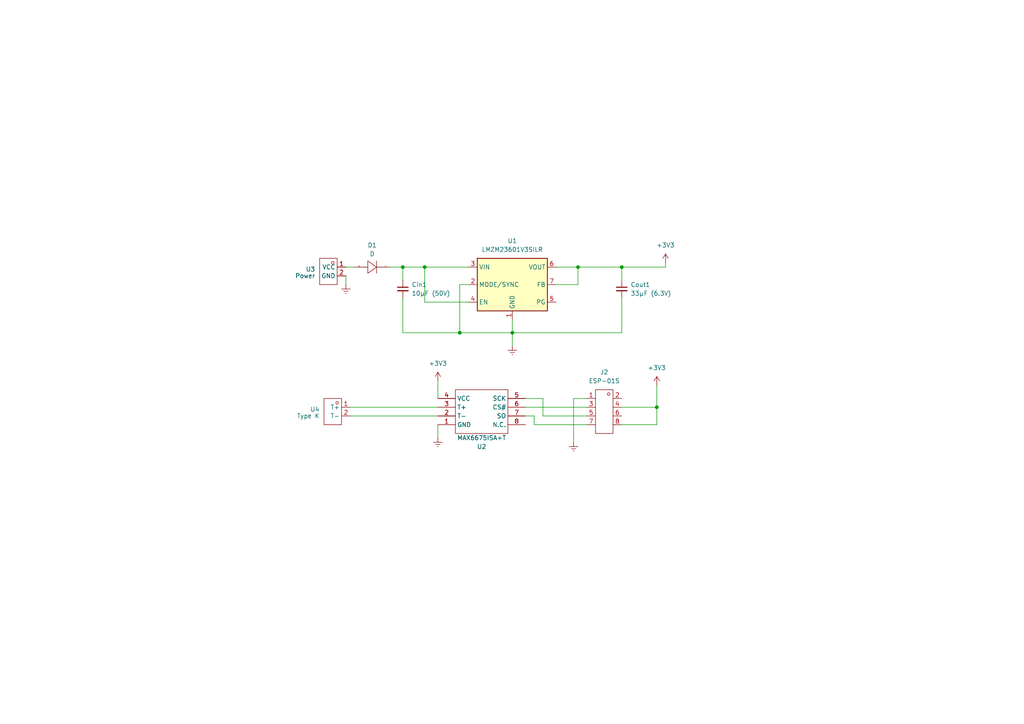
<source format=kicad_sch>
(kicad_sch (version 20231120) (generator "eeschema") (generator_version "8.0")
  (paper "A4")
  (title_block (title "Nemo-K MAX6675/Type K temperature sensor") (date "2025-01-10") (rev "v2") (company "Sivuduuni Global Oy"))
  (lib_symbols
    (symbol "C16030:MAX6675ISA+T"
      (property "Reference" "U" (at 0 0 0))
      (symbol "MAX6675ISA+T_1_0"
        (rectangle (start -7.62 -6.35) (end 7.62 6.35))
        (pin unspecified line (at -12.7 3.81 0) (length 5.08) (name "GND") (number "1"))
        (pin unspecified line (at -12.7 1.27 0) (length 5.08) (name "T-") (number "2"))
        (pin unspecified line (at -12.7 -1.27 0) (length 5.08) (name "T+") (number "3"))
        (pin unspecified line (at -12.7 -3.81 0) (length 5.08) (name "VCC") (number "4"))
        (pin unspecified line (at 12.7 -3.81 180) (length 5.08) (name "SCK") (number "5"))
        (pin unspecified line (at 12.7 -1.27 180) (length 5.08) (name "CS#") (number "6"))
        (pin unspecified line (at 12.7 1.27 180) (length 5.08) (name "SO") (number "7"))
        (pin unspecified line (at 12.7 3.81 180) (length 5.08) (name "N.C.") (number "8"))
      )
    )
    (symbol "C3975149:PM254-2-04-S-8.5" (pin_names hide)
      (property "Reference" "J2" (at 0 11.43 0))
      (property "Value" "ESP-01S" (at 0 8.89 0))
      (symbol "PM254-2-04-S-8.5_1_0"
        (rectangle (start -2.54 -6.35) (end 2.54 6.35))
        (circle (center -1.27 5.08) (radius 0.381))
        (pin unspecified line (at 5.08 3.81 180) (length 2.54) (name "Earth") (number "1"))
        (pin unspecified line (at -5.08 3.81 0) (length 2.54) (name "TX/GPIO1") (number "2"))
        (pin unspecified line (at 5.08 1.27 180) (length 2.54) (name "GPIO2") (number "3"))
        (pin unspecified line (at -5.08 1.27 0) (length 2.54) (name "Ch_PD") (number "4"))
        (pin unspecified line (at 5.08 -1.27 180) (length 2.54) (name "GPIO0") (number "5"))
        (pin unspecified line (at -5.08 -1.27 0) (length 2.54) (name "RST") (number "6"))
        (pin unspecified line (at 5.08 -3.81 180) (length 2.54) (name "RX/GPIO3") (number "7"))
        (pin unspecified line (at -5.08 -3.81 0) (length 2.54) (name "+3V3") (number "8"))
      )
    )
    (symbol "C5173665:KF7.62-2P_C5173665"
      (property "Reference" "U4" (at 3.81 0.6351 0))
      (property "Value" "Type K" (at 3.81 -1.27 0))
      (symbol "KF7.62-2P_C5173665_1_0"
        (rectangle (start -2.54 -3.81) (end 2.54 3.81))
        (circle (center -1.27 2.54) (radius 0.381))
        (pin unspecified line (at -5.08 1.27 0) (length 2.54) (name "T+") (number "1"))
        (pin unspecified line (at -5.08 -1.27 0) (length 2.54) (name "T-") (number "2"))
      )
    )
    (symbol "C5174649:S7116-300A"
      (property "Reference" "D" (at 0 0 0))
      (symbol "S7116-300A_1_0"
        (polyline (pts (xy -1.27 0) (xy -2.54 0)))
        (polyline (pts (xy -1.27 1.778) (xy -1.27 -1.778)))
        (polyline (pts (xy 2.54 0) (xy 1.27 0)))
        (polyline (pts (xy 1.27 1.778) (xy -1.27 0) (xy -1.27 0) (xy 1.27 -1.778) (xy 1.27 -1.778) (xy 1.27 1.778)))
        (pin unspecified line (at -5.08 0 0) (length 2.54) (name "K") (number "1"))
        (pin unspecified line (at 5.08 0 180) (length 2.54) (name "A") (number "2"))
      )
    )
    (symbol "C5349550:MX127S-3.81-02P-GN01-CU-Y-A"
      (property "Reference" "U3" (at 3.81 0.6351 0))
      (property "Value" "Power" (at 3.81 -1.27 0))
      (symbol "MX127S-3.81-02P-GN01-CU-Y-A_1_0"
        (rectangle (start -2.54 -3.81) (end 2.54 3.81))
        (circle (center -1.27 2.54) (radius 0.381))
        (pin unspecified line (at -5.08 1.27 0) (length 2.54) (name "VCC") (number "1"))
        (pin unspecified line (at -5.08 -1.27 0) (length 2.54) (name "GND") (number "2"))
      )
    )
    (symbol "Device:C_Small" (pin_numbers hide) (pin_names (offset 0.254) hide)
      (property "Reference" "C" (at 0.254 1.778 0))
      (property "Value" "C_Small" (at 0.254 -2.032 0))
      (symbol "C_Small_0_1"
        (polyline (pts (xy -1.524 -0.508) (xy 1.524 -0.508)) (stroke (width 0.3302)))
        (polyline (pts (xy -1.524 0.508) (xy 1.524 0.508)) (stroke (width 0.3048)))
      )
      (symbol "C_Small_1_1"
        (pin passive line (at 0 2.54 270) (length 2.032) (name "~") (number "1"))
        (pin passive line (at 0 -2.54 90) (length 2.032) (name "~") (number "2"))
      )
    )
    (symbol "Regulator_Switching:LMZM23601"
      (property "Reference" "U" (at -8.89 8.89 0))
      (property "Value" "LMZM23601" (at 6.35 8.89 0))
      (symbol "LMZM23601_0_1"
        (rectangle (start -10.16 7.62) (end 10.16 -7.62) (stroke (width 0.254)) (fill (type background)))
      )
      (symbol "LMZM23601_1_1"
        (pin power_in line (at 0 -10.16 90) (length 2.54) (name "GND") (number "1"))
        (pin no_connect line (at -2.54 -7.62 90) (length 2.54) hide (name "~") (number "10"))
        (pin passive line (at 0 -10.16 90) (length 2.54) hide (name "GND") (number "11"))
        (pin input line (at -12.7 0 0) (length 2.54) (name "MODE/SYNC") (number "2"))
        (pin power_in line (at -12.7 5.08 0) (length 2.54) (name "VIN") (number "3"))
        (pin input line (at -12.7 -5.08 0) (length 2.54) (name "EN") (number "4"))
        (pin open_collector line (at 12.7 -5.08 180) (length 2.54) (name "PG") (number "5"))
        (pin power_out line (at 12.7 5.08 180) (length 2.54) (name "VOUT") (number "6"))
        (pin input line (at 12.7 0 180) (length 2.54) (name "FB") (number "7"))
        (pin no_connect line (at 5.08 -7.62 90) (length 2.54) hide (name "~") (number "8"))
        (pin no_connect line (at 2.54 -7.62 90) (length 2.54) hide (name "~") (number "9"))
      )
    )
    (symbol "power:+3V3" (power) (pin_names (offset 0))
      (property "Value" "+3V3" (at 0 3.556 0))
      (symbol "+3V3_0_1"
        (polyline (pts (xy -0.762 1.27) (xy 0 2.54)))
        (polyline (pts (xy 0 0) (xy 0 2.54)))
        (polyline (pts (xy 0 2.54) (xy 0.762 1.27)))
      )
      (symbol "+3V3_1_1"
        (pin power_in line (at 0 0 90) (length 0) hide (name "+3V3") (number "1"))
      )
    )
    (symbol "power:Earth" (power) (pin_names (offset 0))
      (symbol "Earth_0_1"
        (polyline (pts (xy -0.635 -1.905) (xy 0.635 -1.905)))
        (polyline (pts (xy -0.127 -2.54) (xy 0.127 -2.54)))
        (polyline (pts (xy 0 -1.27) (xy 0 0)))
        (polyline (pts (xy 1.27 -1.27) (xy -1.27 -1.27)))
      )
      (symbol "Earth_1_1"
        (pin power_in line (at 0 0 270) (length 0) hide (name "Earth") (number "1"))
      )
    )
  )
  (junction (at 190.5 118.11))
  (junction (at 116.84 77.47))
  (junction (at 167.64 77.47))
  (junction (at 133.35 96.52))
  (junction (at 180.34 77.47))
  (junction (at 123.19 77.47))
  (junction (at 148.59 96.52))
  (wire (pts (xy 113.03 77.47) (xy 116.84 77.47)))
  (wire (pts (xy 127 110.49) (xy 127 115.57)))
  (wire (pts (xy 135.89 87.63) (xy 123.19 87.63)))
  (wire (pts (xy 133.35 82.55) (xy 133.35 96.52)))
  (wire (pts (xy 100.33 80.01) (xy 100.33 82.55)))
  (wire (pts (xy 180.34 86.36) (xy 180.34 96.52)))
  (wire (pts (xy 167.64 82.55) (xy 167.64 77.47)))
  (wire (pts (xy 148.59 92.71) (xy 148.59 96.52)))
  (wire (pts (xy 166.37 115.57) (xy 170.18 115.57)))
  (wire (pts (xy 116.84 77.47) (xy 123.19 77.47)))
  (wire (pts (xy 116.84 86.36) (xy 116.84 96.52)))
  (wire (pts (xy 148.59 96.52) (xy 148.59 100.33)))
  (wire (pts (xy 180.34 118.11) (xy 190.5 118.11)))
  (wire (pts (xy 180.34 96.52) (xy 148.59 96.52)))
  (wire (pts (xy 135.89 82.55) (xy 133.35 82.55)))
  (wire (pts (xy 167.64 77.47) (xy 180.34 77.47)))
  (wire (pts (xy 133.35 96.52) (xy 148.59 96.52)))
  (wire (pts (xy 180.34 81.28) (xy 180.34 77.47)))
  (wire (pts (xy 161.29 82.55) (xy 167.64 82.55)))
  (wire (pts (xy 101.6 120.65) (xy 127 120.65)))
  (wire (pts (xy 157.48 120.65) (xy 170.18 120.65)))
  (wire (pts (xy 190.5 118.11) (xy 190.5 123.19)))
  (wire (pts (xy 157.48 115.57) (xy 157.48 120.65)))
  (wire (pts (xy 180.34 77.47) (xy 193.04 77.47)))
  (wire (pts (xy 100.33 77.47) (xy 102.87 77.47)))
  (wire (pts (xy 152.4 120.65) (xy 154.94 120.65)))
  (wire (pts (xy 161.29 77.47) (xy 167.64 77.47)))
  (wire (pts (xy 127 123.19) (xy 127 127)))
  (wire (pts (xy 193.04 77.47) (xy 193.04 76.2)))
  (wire (pts (xy 166.37 128.27) (xy 166.37 115.57)))
  (wire (pts (xy 154.94 123.19) (xy 170.18 123.19)))
  (wire (pts (xy 152.4 118.11) (xy 170.18 118.11)))
  (wire (pts (xy 116.84 77.47) (xy 116.84 81.28)))
  (wire (pts (xy 190.5 123.19) (xy 180.34 123.19)))
  (wire (pts (xy 116.84 96.52) (xy 133.35 96.52)))
  (wire (pts (xy 190.5 111.76) (xy 190.5 118.11)))
  (wire (pts (xy 152.4 115.57) (xy 157.48 115.57)))
  (wire (pts (xy 101.6 118.11) (xy 127 118.11)))
  (wire (pts (xy 123.19 87.63) (xy 123.19 77.47)))
  (wire (pts (xy 154.94 120.65) (xy 154.94 123.19)))
  (wire (pts (xy 123.19 77.47) (xy 135.89 77.47)))
  (symbol (lib_id "power:Earth") (at 127 127 0) (unit 1)
    (property "Reference" "#PWR02" (effects (hide yes)))
    (property "Value" "Earth" (effects (hide yes)))
  )
  (symbol (lib_id "C5349550:MX127S-3.81-02P-GN01-CU-Y-A") (at 95.25 78.74 0) (mirror y) (unit 1)
    (property "Reference" "U3" (at 91.44 78.1049 0) (effects (justify left)))
    (property "Value" "Power" (at 91.44 80.01 0) (effects (justify left)))
    (property "Footprint" "C5349550:CONN-TH_MX127S-3.81-02P-GN01-CU-Y-A" (effects (hide yes)))
    (property "Datasheet" "https://atta.szlcsc.com/upload/public/pdf/source/20230914/FF202AD9F8A47F92BC9493963328A9C4.pdf" (effects (hide yes)))
    (property "Description" "Structure:1x2P Pitch:3.81mm Color:Green Mounting Style:Direct Insert Number of Pins:2P Number of Rows:1 Number of PINs Per Row:2 Screw Specification:M2 Current Rating (Max):10A Voltage Rating (Max):300V Wire Gauge - AWG:16~26 Wire Gauge - AWG:16~26 Operat" (effects (hide yes)))
    (property "Manufacturer Part" "MX127S-3.81-02P-GN01-Cu-Y-A" (effects (hide yes)))
    (property "Manufacturer" "MAX(迈旭)" (effects (hide yes)))
    (property "Supplier Part" "C5349550" (effects (hide yes)))
    (property "Supplier" "LCSC" (effects (hide yes)))
    (property "LCSC Part Name" "1x2P 3.81mm 直插 排数:1 每排P数:2" (effects (hide yes)))
    (property "LCSC" "C5349550" (effects (hide yes)))
  )
  (symbol (lib_id "power:Earth") (at 100.33 82.55 0) (unit 1)
    (property "Reference" "#PWR03" (effects (hide yes)))
    (property "Value" "Earth" (effects (hide yes)))
  )
  (symbol (lib_id "C3975149:PM254-2-04-S-8.5") (at 175.26 119.38 0) (mirror y) (unit 1)
    (property "Reference" "J2" (at 175.26 107.95 0))
    (property "Value" "ESP-01S" (at 175.26 110.49 0))
    (property "Footprint" "C3975149:HDR-SMD_8P-P2.54-V-F-R2-C4-S7.1" (effects (hide yes)))
    (property "Datasheet" "https://atta.szlcsc.com/upload/public/pdf/source/20230609/7C6F8D8E301C6BBC8F19D55951C36597.pdf" (effects (hide yes)))
    (property "Description" "Holes Structure:2x4P Pitch:2.54mm Row Spacing:2.54mm Circular Hole / Square Hole:方孔 Mounting Type:Brick nogging Number of Rows:双排 Number of Holes:8P Current Rating (Max):3A Holes Direction:Top Insulation Height:8.5mm Contact Material:Copper Alloy Operatin" (effects (hide yes)))
    (property "LCSC" "C3975149" (effects (hide yes)))
    (property "Mfg Part" "PM254-2-04-S-8.5" (effects (hide yes)))
    (property "Manufacturer Part" "PM254-2-04-S-8.5" (effects (hide yes)))
    (property "Manufacturer" "HCTL(华灿天禄)" (effects (hide yes)))
    (property "Supplier Part" "C3975149" (effects (hide yes)))
    (property "Supplier" "LCSC" (effects (hide yes)))
    (property "LCSC Part Name" "2x4P 间距:2.54mm 立贴" (effects (hide yes)))
  )
  (symbol (lib_id "C5173665:KF7.62-2P_C5173665") (at 96.52 119.38 0) (mirror y) (unit 1)
    (property "Reference" "U4" (at 92.71 118.7449 0) (effects (justify left)))
    (property "Value" "Type K" (at 92.71 120.65 0) (effects (justify left)))
    (property "Footprint" "C5173665:CONN-TH_2P-P7.62_KEFA_KF7.62-2P" (effects (hide yes)))
    (property "Datasheet" "https://atta.szlcsc.com/upload/public/pdf/source/20220915/0842C98F0805CE3BBD42ED115252704B.pdf" (effects (hide yes)))
    (property "Manufacturer Part" "KF7.62-2P(green)" (effects (hide yes)))
    (property "Manufacturer" "KEFA(科发)" (effects (hide yes)))
    (property "Supplier Part" "C5173665" (effects (hide yes)))
    (property "Supplier" "LCSC" (effects (hide yes)))
    (property "LCSC Part Name" "KF7.62-2P(green) 绿色尼龙环保" (effects (hide yes)))
    (property "LCSC" "C5173665" (effects (hide yes)))
  )
  (symbol (lib_id "power:+3V3") (at 127 110.49 0) (unit 1)
    (property "Reference" "#PWR01" (effects (hide yes)))
    (property "Value" "+3V3" (at 127 105.41 0))
  )
  (symbol (lib_id "C5174649:S7116-300A") (at 107.95 77.47 0) (mirror y) (unit 1)
    (property "Reference" "D1" (at 107.95 71.12 0))
    (property "Value" "D" (at 107.95 73.66 0))
    (property "Footprint" "C5174649:SOD-323_L1.7-W1.3-LS2.5-RD" (effects (hide yes)))
    (property "Datasheet" "https://atta.szlcsc.com/upload/public/pdf/source/20220916/6E626650AF012B3914EB9177AF15DFBA.pdf" (effects (hide yes)))
    (property "Description" "Diode Configuration: Forward Voltage (Vf@If):500mV@1A Reverse Voltage (Vr): Average Rectified Current (Io):" (effects (hide yes)))
    (property "Sim.Device" "D" (effects (hide yes)))
    (property "Sim.Pins" "1=K 2=A" (effects (hide yes)))
    (property "Manufacturer Part" "S7116-300A" (effects (hide yes)))
    (property "Manufacturer" "MSKSEMI(美森科)" (effects (hide yes)))
    (property "Supplier Part" "C5174649" (effects (hide yes)))
    (property "Supplier" "LCSC" (effects (hide yes)))
    (property "LCSC Part Name" "S7116-300A" (effects (hide yes)))
    (property "LCSC" "C5174649" (effects (hide yes)))
  )
  (symbol (lib_id "Device:C_Small") (at 116.84 83.82 0) (unit 1)
    (property "Reference" "Cin1" (at 119.38 82.5562 0) (effects (justify left)))
    (property "Value" "10μF (50V)" (at 119.38 85.0962 0) (effects (justify left)))
    (property "Footprint" "Capacitor_SMD:C_1210_3225Metric" (effects (hide yes)))
    (property "Datasheet" "https://wmsc.lcsc.com/wmsc/upload/file/pdf/v2/lcsc/2308151448_Samwha-Capacitor-CS3225X7R106K500NRL_C2918502.pdf" (effects (hide yes)))
    (property "LCSC" "C2918502" (effects (hide yes)))
  )
  (symbol (lib_id "Regulator_Switching:LMZM23601") (at 148.59 82.55 0) (unit 1)
    (property "Reference" "U1" (at 148.59 69.85 0))
    (property "Value" "LMZM23601V3SILR" (at 148.59 72.39 0))
    (property "Footprint" "Package_LGA:Texas_SIL0010A_MicroSiP-10-1EP_3.8x3mm_P0.6mm_EP0.7x2.9mm_ThermalVias" (effects (hide yes)))
    (property "Datasheet" "http://www.ti.com/lit/ds/symlink/lmzm23601.pdf" (effects (hide yes)))
    (property "LCSC" "C2864948" (effects (hide yes)))
    (property "MPN" "LMZM23601SILR " (effects (hide yes)))
  )
  (symbol (lib_id "Device:C_Small") (at 180.34 83.82 0) (unit 1)
    (property "Reference" "Cout1" (at 182.88 82.5562 0) (effects (justify left)))
    (property "Value" "33μF (6.3V)" (at 182.88 85.0962 0) (effects (justify left)))
    (property "Footprint" "Capacitor_SMD:C_1210_3225Metric" (effects (hide yes)))
    (property "LCSC" "C531418" (effects (hide yes)))
    (property "Mfg Part" "C3225X5R1A336MT0A0E" (effects (hide yes)))
  )
  (symbol (lib_id "power:+3V3") (at 193.04 76.2 0) (unit 1)
    (property "Reference" "#PWR0106" (effects (hide yes)))
    (property "Value" "+3V3" (at 193.04 71.12 0))
  )
  (symbol (lib_id "C16030:MAX6675ISA+T") (at 139.7 119.38 0) (mirror x) (unit 1)
    (property "Reference" "U2" (at 139.7 129.54 0))
    (property "Value" "MAX6675ISA+T" (at 139.7 127 0))
    (property "Footprint" "C16030:SOIC-8_L5.0-W4.0-P1.27-LS6.0-BL" (effects (hide yes)))
    (property "Datasheet" "https://atta.szlcsc.com/upload/public/pdf/source/20170713/C16030_1499918913843816819.pdf" (effects (hide yes)))
    (property "Description" "Interface Type:SPI Supply Voltage:-300mV~6V Supply Voltage:-300mV~6V Number of Channels:- Resolution:12 Chip Type Parameters/Description:Thermocouple to Digital Converter Operating Temperature:-20°C~+85°C Operating Temperature:-20°C~+85°C" (effects (hide yes)))
    (property "Manufacturer Part" "MAX6675ISA+T" (effects (hide yes)))
    (property "Manufacturer" "ADI(亚德诺)/MAXIM(美信)" (effects (hide yes)))
    (property "Supplier Part" "C16030" (effects (hide yes)))
    (property "Supplier" "LCSC" (effects (hide yes)))
    (property "LCSC Part Name" "MAX6675ISA" (effects (hide yes)))
    (property "FT Rotation Offset" "90" (effects (hide yes)))
  )
  (symbol (lib_id "power:+3V3") (at 190.5 111.76 0) (unit 1)
    (property "Reference" "#PWR0107" (effects (hide yes)))
    (property "Value" "+3V3" (at 190.5 106.68 0))
  )
  (symbol (lib_id "power:Earth") (at 166.37 128.27 0) (unit 1)
    (property "Reference" "#PWR0104" (effects (hide yes)))
    (property "Value" "Earth" (effects (hide yes)))
  )
  (symbol (lib_id "power:Earth") (at 148.59 100.33 0) (unit 1)
    (property "Reference" "#PWR0105" (effects (hide yes)))
    (property "Value" "Earth" (effects (hide yes)))
  )
)
</source>
